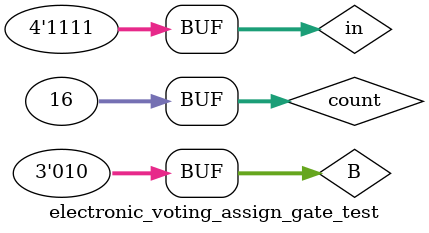
<source format=v>
module electronic_voting_assign_gate_test ();
    reg [3:0]in;
    reg [2:0]B;
    wire [2:0]vote;
    integer count;

    electronic_voting_assign_gate UUT (in,B,vote);
    
    initial begin
        B=3'b010;
        for (count = 0; count < 16; count = count + 1) begin
            in=count[3:0];
            #10;
        end   
    end
    
endmodule
</source>
